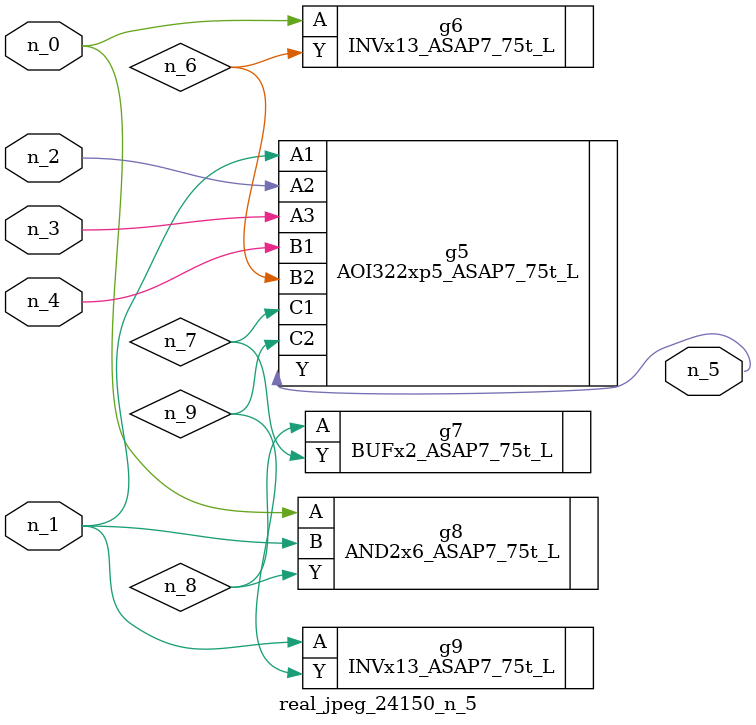
<source format=v>
module real_jpeg_24150_n_5 (n_4, n_0, n_1, n_2, n_3, n_5);

input n_4;
input n_0;
input n_1;
input n_2;
input n_3;

output n_5;

wire n_8;
wire n_6;
wire n_7;
wire n_9;

INVx13_ASAP7_75t_L g6 ( 
.A(n_0),
.Y(n_6)
);

AND2x6_ASAP7_75t_L g8 ( 
.A(n_0),
.B(n_1),
.Y(n_8)
);

AOI322xp5_ASAP7_75t_L g5 ( 
.A1(n_1),
.A2(n_2),
.A3(n_3),
.B1(n_4),
.B2(n_6),
.C1(n_7),
.C2(n_9),
.Y(n_5)
);

INVx13_ASAP7_75t_L g9 ( 
.A(n_1),
.Y(n_9)
);

BUFx2_ASAP7_75t_L g7 ( 
.A(n_8),
.Y(n_7)
);


endmodule
</source>
